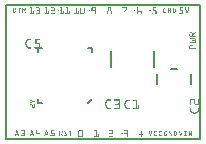
<source format=gto>
G04 MADE WITH FRITZING*
G04 WWW.FRITZING.ORG*
G04 DOUBLE SIDED*
G04 HOLES PLATED*
G04 CONTOUR ON CENTER OF CONTOUR VECTOR*
%ASAXBY*%
%FSLAX23Y23*%
%MOIN*%
%OFA0B0*%
%SFA1.0B1.0*%
%ADD10R,0.655324X0.456693X0.639324X0.440693*%
%ADD11C,0.008000*%
%ADD12C,0.005785*%
%ADD13R,0.001000X0.001000*%
%LNSILK1*%
G90*
G70*
G54D11*
X4Y453D02*
X651Y453D01*
X651Y4D01*
X4Y4D01*
X4Y453D01*
D02*
X620Y223D02*
X620Y189D01*
D02*
X508Y189D02*
X508Y223D01*
D02*
X554Y238D02*
X575Y238D01*
D02*
X355Y246D02*
X355Y297D01*
D02*
X496Y297D02*
X496Y246D01*
G54D12*
D02*
X122Y308D02*
X109Y308D01*
D02*
X109Y295D02*
X109Y308D01*
D02*
X278Y308D02*
X291Y308D01*
D02*
X291Y308D02*
X291Y295D01*
D02*
X109Y138D02*
X109Y125D01*
D02*
X109Y125D02*
X122Y125D01*
D02*
X278Y125D02*
X291Y138D01*
G54D13*
X391Y445D02*
X404Y445D01*
X85Y444D02*
X90Y444D01*
X105Y444D02*
X113Y444D01*
X134Y444D02*
X139Y444D01*
X154Y444D02*
X162Y444D01*
X184Y444D02*
X189Y444D01*
X203Y444D02*
X209Y444D01*
X290Y444D02*
X304Y444D01*
X344Y444D02*
X352Y444D01*
X390Y444D02*
X405Y444D01*
X441Y444D02*
X444Y444D01*
X493Y444D02*
X504Y444D01*
X584Y444D02*
X593Y444D01*
X602Y444D02*
X602Y444D01*
X612Y444D02*
X613Y444D01*
X28Y443D02*
X32Y443D01*
X43Y443D02*
X53Y443D01*
X59Y443D02*
X67Y443D01*
X84Y443D02*
X91Y443D01*
X103Y443D02*
X115Y443D01*
X133Y443D02*
X140Y443D01*
X153Y443D02*
X165Y443D01*
X183Y443D02*
X190Y443D01*
X202Y443D02*
X210Y443D01*
X232Y443D02*
X239Y443D01*
X253Y443D02*
X263Y443D01*
X289Y443D02*
X304Y443D01*
X344Y443D02*
X352Y443D01*
X390Y443D02*
X405Y443D01*
X441Y443D02*
X444Y443D01*
X493Y443D02*
X505Y443D01*
X584Y443D02*
X594Y443D01*
X601Y443D02*
X603Y443D01*
X612Y443D02*
X614Y443D01*
X27Y442D02*
X34Y442D01*
X43Y442D02*
X53Y442D01*
X59Y442D02*
X69Y442D01*
X84Y442D02*
X91Y442D01*
X104Y442D02*
X116Y442D01*
X133Y442D02*
X140Y442D01*
X153Y442D02*
X165Y442D01*
X183Y442D02*
X190Y442D01*
X203Y442D02*
X210Y442D01*
X232Y442D02*
X239Y442D01*
X252Y442D02*
X264Y442D01*
X289Y442D02*
X304Y442D01*
X344Y442D02*
X352Y442D01*
X390Y442D02*
X405Y442D01*
X441Y442D02*
X444Y442D01*
X493Y442D02*
X504Y442D01*
X532Y442D02*
X537Y442D01*
X544Y442D02*
X546Y442D01*
X553Y442D02*
X554Y442D01*
X560Y442D02*
X566Y442D01*
X584Y442D02*
X593Y442D01*
X601Y442D02*
X603Y442D01*
X612Y442D02*
X614Y442D01*
X28Y441D02*
X34Y441D01*
X43Y441D02*
X53Y441D01*
X59Y441D02*
X69Y441D01*
X89Y441D02*
X91Y441D01*
X114Y441D02*
X116Y441D01*
X138Y441D02*
X140Y441D01*
X163Y441D02*
X165Y441D01*
X188Y441D02*
X190Y441D01*
X208Y441D02*
X210Y441D01*
X233Y441D02*
X239Y441D01*
X252Y441D02*
X265Y441D01*
X289Y441D02*
X292Y441D01*
X302Y441D02*
X304Y441D01*
X344Y441D02*
X346Y441D01*
X350Y441D02*
X352Y441D01*
X391Y441D02*
X392Y441D01*
X403Y441D02*
X405Y441D01*
X441Y441D02*
X443Y441D01*
X493Y441D02*
X495Y441D01*
X531Y441D02*
X537Y441D01*
X544Y441D02*
X546Y441D01*
X552Y441D02*
X554Y441D01*
X560Y441D02*
X567Y441D01*
X584Y441D02*
X586Y441D01*
X601Y441D02*
X603Y441D01*
X612Y441D02*
X614Y441D01*
X29Y440D02*
X30Y440D01*
X33Y440D02*
X35Y440D01*
X43Y440D02*
X44Y440D01*
X48Y440D02*
X49Y440D01*
X52Y440D02*
X53Y440D01*
X59Y440D02*
X61Y440D01*
X68Y440D02*
X69Y440D01*
X89Y440D02*
X91Y440D01*
X114Y440D02*
X116Y440D01*
X138Y440D02*
X140Y440D01*
X164Y440D02*
X165Y440D01*
X188Y440D02*
X190Y440D01*
X208Y440D02*
X210Y440D01*
X237Y440D02*
X239Y440D01*
X252Y440D02*
X254Y440D01*
X263Y440D02*
X265Y440D01*
X289Y440D02*
X292Y440D01*
X302Y440D02*
X304Y440D01*
X344Y440D02*
X346Y440D01*
X350Y440D02*
X352Y440D01*
X403Y440D02*
X405Y440D01*
X441Y440D02*
X443Y440D01*
X493Y440D02*
X495Y440D01*
X530Y440D02*
X532Y440D01*
X544Y440D02*
X547Y440D01*
X552Y440D02*
X554Y440D01*
X562Y440D02*
X563Y440D01*
X566Y440D02*
X567Y440D01*
X584Y440D02*
X586Y440D01*
X601Y440D02*
X603Y440D01*
X612Y440D02*
X614Y440D01*
X29Y439D02*
X30Y439D01*
X34Y439D02*
X35Y439D01*
X48Y439D02*
X49Y439D01*
X59Y439D02*
X61Y439D01*
X68Y439D02*
X69Y439D01*
X89Y439D02*
X91Y439D01*
X114Y439D02*
X116Y439D01*
X138Y439D02*
X140Y439D01*
X164Y439D02*
X165Y439D01*
X188Y439D02*
X190Y439D01*
X208Y439D02*
X210Y439D01*
X237Y439D02*
X239Y439D01*
X252Y439D02*
X254Y439D01*
X263Y439D02*
X265Y439D01*
X289Y439D02*
X292Y439D01*
X302Y439D02*
X304Y439D01*
X344Y439D02*
X346Y439D01*
X350Y439D02*
X352Y439D01*
X403Y439D02*
X405Y439D01*
X441Y439D02*
X443Y439D01*
X493Y439D02*
X495Y439D01*
X530Y439D02*
X531Y439D01*
X544Y439D02*
X547Y439D01*
X552Y439D02*
X554Y439D01*
X562Y439D02*
X563Y439D01*
X566Y439D02*
X568Y439D01*
X584Y439D02*
X586Y439D01*
X601Y439D02*
X603Y439D01*
X612Y439D02*
X614Y439D01*
X29Y438D02*
X30Y438D01*
X34Y438D02*
X36Y438D01*
X48Y438D02*
X49Y438D01*
X59Y438D02*
X61Y438D01*
X68Y438D02*
X69Y438D01*
X89Y438D02*
X91Y438D01*
X114Y438D02*
X116Y438D01*
X138Y438D02*
X140Y438D01*
X164Y438D02*
X165Y438D01*
X188Y438D02*
X190Y438D01*
X208Y438D02*
X210Y438D01*
X237Y438D02*
X239Y438D01*
X252Y438D02*
X254Y438D01*
X263Y438D02*
X265Y438D01*
X289Y438D02*
X292Y438D01*
X302Y438D02*
X304Y438D01*
X344Y438D02*
X346Y438D01*
X350Y438D02*
X352Y438D01*
X403Y438D02*
X405Y438D01*
X441Y438D02*
X443Y438D01*
X493Y438D02*
X495Y438D01*
X529Y438D02*
X531Y438D01*
X544Y438D02*
X548Y438D01*
X552Y438D02*
X554Y438D01*
X562Y438D02*
X563Y438D01*
X567Y438D02*
X568Y438D01*
X584Y438D02*
X586Y438D01*
X601Y438D02*
X603Y438D01*
X612Y438D02*
X614Y438D01*
X29Y437D02*
X30Y437D01*
X35Y437D02*
X36Y437D01*
X48Y437D02*
X49Y437D01*
X59Y437D02*
X69Y437D01*
X89Y437D02*
X91Y437D01*
X114Y437D02*
X116Y437D01*
X138Y437D02*
X140Y437D01*
X164Y437D02*
X165Y437D01*
X188Y437D02*
X190Y437D01*
X208Y437D02*
X210Y437D01*
X237Y437D02*
X239Y437D01*
X252Y437D02*
X254Y437D01*
X263Y437D02*
X265Y437D01*
X289Y437D02*
X292Y437D01*
X302Y437D02*
X304Y437D01*
X344Y437D02*
X346Y437D01*
X350Y437D02*
X352Y437D01*
X403Y437D02*
X405Y437D01*
X441Y437D02*
X443Y437D01*
X493Y437D02*
X495Y437D01*
X528Y437D02*
X530Y437D01*
X544Y437D02*
X545Y437D01*
X547Y437D02*
X548Y437D01*
X552Y437D02*
X554Y437D01*
X562Y437D02*
X563Y437D01*
X567Y437D02*
X569Y437D01*
X584Y437D02*
X586Y437D01*
X601Y437D02*
X603Y437D01*
X611Y437D02*
X613Y437D01*
X29Y436D02*
X30Y436D01*
X35Y436D02*
X37Y436D01*
X48Y436D02*
X49Y436D01*
X59Y436D02*
X68Y436D01*
X89Y436D02*
X91Y436D01*
X114Y436D02*
X116Y436D01*
X138Y436D02*
X140Y436D01*
X164Y436D02*
X165Y436D01*
X188Y436D02*
X190Y436D01*
X208Y436D02*
X210Y436D01*
X237Y436D02*
X239Y436D01*
X252Y436D02*
X254Y436D01*
X263Y436D02*
X265Y436D01*
X289Y436D02*
X304Y436D01*
X344Y436D02*
X346Y436D01*
X350Y436D02*
X352Y436D01*
X402Y436D02*
X405Y436D01*
X441Y436D02*
X443Y436D01*
X493Y436D02*
X495Y436D01*
X528Y436D02*
X529Y436D01*
X544Y436D02*
X545Y436D01*
X547Y436D02*
X548Y436D01*
X552Y436D02*
X554Y436D01*
X562Y436D02*
X563Y436D01*
X568Y436D02*
X569Y436D01*
X584Y436D02*
X586Y436D01*
X602Y436D02*
X604Y436D01*
X611Y436D02*
X613Y436D01*
X29Y435D02*
X30Y435D01*
X36Y435D02*
X37Y435D01*
X48Y435D02*
X49Y435D01*
X59Y435D02*
X61Y435D01*
X63Y435D02*
X65Y435D01*
X89Y435D02*
X91Y435D01*
X113Y435D02*
X116Y435D01*
X138Y435D02*
X140Y435D01*
X163Y435D02*
X165Y435D01*
X188Y435D02*
X190Y435D01*
X208Y435D02*
X210Y435D01*
X237Y435D02*
X239Y435D01*
X252Y435D02*
X254Y435D01*
X263Y435D02*
X265Y435D01*
X289Y435D02*
X304Y435D01*
X344Y435D02*
X346Y435D01*
X350Y435D02*
X352Y435D01*
X401Y435D02*
X405Y435D01*
X441Y435D02*
X443Y435D01*
X493Y435D02*
X495Y435D01*
X527Y435D02*
X529Y435D01*
X544Y435D02*
X545Y435D01*
X547Y435D02*
X549Y435D01*
X552Y435D02*
X554Y435D01*
X562Y435D02*
X563Y435D01*
X568Y435D02*
X570Y435D01*
X584Y435D02*
X592Y435D01*
X602Y435D02*
X604Y435D01*
X610Y435D02*
X612Y435D01*
X29Y434D02*
X30Y434D01*
X36Y434D02*
X37Y434D01*
X48Y434D02*
X49Y434D01*
X59Y434D02*
X61Y434D01*
X64Y434D02*
X65Y434D01*
X89Y434D02*
X91Y434D01*
X106Y434D02*
X115Y434D01*
X138Y434D02*
X140Y434D01*
X154Y434D02*
X165Y434D01*
X176Y434D02*
X180Y434D01*
X185Y434D02*
X185Y434D01*
X188Y434D02*
X190Y434D01*
X208Y434D02*
X210Y434D01*
X237Y434D02*
X239Y434D01*
X252Y434D02*
X254Y434D01*
X263Y434D02*
X265Y434D01*
X280Y434D02*
X284Y434D01*
X289Y434D02*
X304Y434D01*
X344Y434D02*
X346Y434D01*
X350Y434D02*
X352Y434D01*
X400Y434D02*
X404Y434D01*
X431Y434D02*
X434Y434D01*
X440Y434D02*
X443Y434D01*
X482Y434D02*
X485Y434D01*
X493Y434D02*
X502Y434D01*
X527Y434D02*
X529Y434D01*
X544Y434D02*
X545Y434D01*
X548Y434D02*
X549Y434D01*
X552Y434D02*
X554Y434D01*
X562Y434D02*
X563Y434D01*
X569Y434D02*
X570Y434D01*
X584Y434D02*
X593Y434D01*
X603Y434D02*
X605Y434D01*
X610Y434D02*
X612Y434D01*
X29Y433D02*
X30Y433D01*
X35Y433D02*
X37Y433D01*
X48Y433D02*
X49Y433D01*
X59Y433D02*
X61Y433D01*
X64Y433D02*
X66Y433D01*
X89Y433D02*
X91Y433D01*
X106Y433D02*
X115Y433D01*
X138Y433D02*
X140Y433D01*
X153Y433D02*
X165Y433D01*
X175Y433D02*
X185Y433D01*
X188Y433D02*
X190Y433D01*
X208Y433D02*
X210Y433D01*
X226Y433D02*
X231Y433D01*
X235Y433D02*
X239Y433D01*
X252Y433D02*
X254Y433D01*
X263Y433D02*
X265Y433D01*
X279Y433D02*
X289Y433D01*
X302Y433D02*
X304Y433D01*
X342Y433D02*
X354Y433D01*
X399Y433D02*
X403Y433D01*
X430Y433D02*
X443Y433D01*
X481Y433D02*
X491Y433D01*
X493Y433D02*
X504Y433D01*
X527Y433D02*
X529Y433D01*
X534Y433D02*
X537Y433D01*
X544Y433D02*
X545Y433D01*
X548Y433D02*
X550Y433D01*
X552Y433D02*
X554Y433D01*
X562Y433D02*
X563Y433D01*
X568Y433D02*
X570Y433D01*
X584Y433D02*
X594Y433D01*
X603Y433D02*
X605Y433D01*
X610Y433D02*
X612Y433D01*
X29Y432D02*
X30Y432D01*
X35Y432D02*
X36Y432D01*
X48Y432D02*
X49Y432D01*
X59Y432D02*
X61Y432D01*
X65Y432D02*
X67Y432D01*
X89Y432D02*
X91Y432D01*
X95Y432D02*
X95Y432D01*
X107Y432D02*
X116Y432D01*
X138Y432D02*
X140Y432D01*
X144Y432D02*
X145Y432D01*
X153Y432D02*
X163Y432D01*
X175Y432D02*
X175Y432D01*
X180Y432D02*
X185Y432D01*
X188Y432D02*
X190Y432D01*
X194Y432D02*
X195Y432D01*
X208Y432D02*
X210Y432D01*
X214Y432D02*
X215Y432D01*
X225Y432D02*
X235Y432D01*
X237Y432D02*
X239Y432D01*
X252Y432D02*
X254Y432D01*
X263Y432D02*
X265Y432D01*
X279Y432D02*
X279Y432D01*
X284Y432D02*
X288Y432D01*
X302Y432D02*
X304Y432D01*
X341Y432D02*
X355Y432D01*
X398Y432D02*
X402Y432D01*
X430Y432D02*
X430Y432D01*
X434Y432D02*
X443Y432D01*
X480Y432D02*
X481Y432D01*
X485Y432D02*
X490Y432D01*
X493Y432D02*
X504Y432D01*
X527Y432D02*
X529Y432D01*
X533Y432D02*
X538Y432D01*
X544Y432D02*
X545Y432D01*
X549Y432D02*
X550Y432D01*
X552Y432D02*
X554Y432D01*
X562Y432D02*
X563Y432D01*
X568Y432D02*
X569Y432D01*
X592Y432D02*
X594Y432D01*
X603Y432D02*
X605Y432D01*
X609Y432D02*
X611Y432D01*
X29Y431D02*
X30Y431D01*
X34Y431D02*
X36Y431D01*
X48Y431D02*
X49Y431D01*
X59Y431D02*
X61Y431D01*
X66Y431D02*
X67Y431D01*
X89Y431D02*
X91Y431D01*
X94Y431D02*
X96Y431D01*
X114Y431D02*
X116Y431D01*
X138Y431D02*
X140Y431D01*
X144Y431D02*
X145Y431D01*
X153Y431D02*
X154Y431D01*
X188Y431D02*
X190Y431D01*
X193Y431D02*
X195Y431D01*
X208Y431D02*
X210Y431D01*
X213Y431D02*
X215Y431D01*
X225Y431D02*
X225Y431D01*
X231Y431D02*
X235Y431D01*
X237Y431D02*
X239Y431D01*
X243Y431D02*
X245Y431D01*
X252Y431D02*
X254Y431D01*
X263Y431D02*
X265Y431D01*
X302Y431D02*
X304Y431D01*
X341Y431D02*
X355Y431D01*
X397Y431D02*
X400Y431D01*
X437Y431D02*
X438Y431D01*
X441Y431D02*
X455Y431D01*
X488Y431D02*
X488Y431D01*
X494Y431D02*
X505Y431D01*
X527Y431D02*
X529Y431D01*
X534Y431D02*
X538Y431D01*
X544Y431D02*
X545Y431D01*
X549Y431D02*
X554Y431D01*
X562Y431D02*
X563Y431D01*
X567Y431D02*
X569Y431D01*
X592Y431D02*
X594Y431D01*
X604Y431D02*
X606Y431D01*
X609Y431D02*
X611Y431D01*
X29Y430D02*
X30Y430D01*
X34Y430D02*
X35Y430D01*
X48Y430D02*
X49Y430D01*
X59Y430D02*
X61Y430D01*
X66Y430D02*
X68Y430D01*
X89Y430D02*
X91Y430D01*
X94Y430D02*
X96Y430D01*
X114Y430D02*
X116Y430D01*
X138Y430D02*
X140Y430D01*
X144Y430D02*
X145Y430D01*
X153Y430D02*
X154Y430D01*
X188Y430D02*
X190Y430D01*
X193Y430D02*
X195Y430D01*
X208Y430D02*
X210Y430D01*
X213Y430D02*
X215Y430D01*
X237Y430D02*
X239Y430D01*
X243Y430D02*
X245Y430D01*
X252Y430D02*
X254Y430D01*
X263Y430D02*
X265Y430D01*
X302Y430D02*
X304Y430D01*
X341Y430D02*
X343Y430D01*
X353Y430D02*
X355Y430D01*
X396Y430D02*
X399Y430D01*
X441Y430D02*
X455Y430D01*
X502Y430D02*
X505Y430D01*
X527Y430D02*
X529Y430D01*
X536Y430D02*
X538Y430D01*
X544Y430D02*
X545Y430D01*
X550Y430D02*
X554Y430D01*
X562Y430D02*
X563Y430D01*
X567Y430D02*
X569Y430D01*
X592Y430D02*
X594Y430D01*
X604Y430D02*
X606Y430D01*
X609Y430D02*
X611Y430D01*
X29Y429D02*
X30Y429D01*
X33Y429D02*
X35Y429D01*
X48Y429D02*
X49Y429D01*
X59Y429D02*
X61Y429D01*
X67Y429D02*
X68Y429D01*
X89Y429D02*
X91Y429D01*
X94Y429D02*
X96Y429D01*
X114Y429D02*
X116Y429D01*
X138Y429D02*
X140Y429D01*
X144Y429D02*
X145Y429D01*
X153Y429D02*
X154Y429D01*
X188Y429D02*
X190Y429D01*
X193Y429D02*
X195Y429D01*
X208Y429D02*
X210Y429D01*
X213Y429D02*
X215Y429D01*
X237Y429D02*
X239Y429D01*
X243Y429D02*
X245Y429D01*
X252Y429D02*
X254Y429D01*
X263Y429D02*
X265Y429D01*
X302Y429D02*
X304Y429D01*
X341Y429D02*
X343Y429D01*
X353Y429D02*
X355Y429D01*
X396Y429D02*
X398Y429D01*
X441Y429D02*
X455Y429D01*
X502Y429D02*
X505Y429D01*
X527Y429D02*
X529Y429D01*
X536Y429D02*
X538Y429D01*
X544Y429D02*
X545Y429D01*
X550Y429D02*
X554Y429D01*
X562Y429D02*
X563Y429D01*
X566Y429D02*
X568Y429D01*
X592Y429D02*
X594Y429D01*
X605Y429D02*
X610Y429D01*
X29Y428D02*
X34Y428D01*
X48Y428D02*
X49Y428D01*
X59Y428D02*
X61Y428D01*
X67Y428D02*
X69Y428D01*
X89Y428D02*
X91Y428D01*
X94Y428D02*
X96Y428D01*
X114Y428D02*
X116Y428D01*
X138Y428D02*
X140Y428D01*
X144Y428D02*
X145Y428D01*
X153Y428D02*
X154Y428D01*
X188Y428D02*
X190Y428D01*
X193Y428D02*
X195Y428D01*
X208Y428D02*
X210Y428D01*
X213Y428D02*
X215Y428D01*
X237Y428D02*
X239Y428D01*
X243Y428D02*
X245Y428D01*
X252Y428D02*
X254Y428D01*
X263Y428D02*
X265Y428D01*
X302Y428D02*
X304Y428D01*
X341Y428D02*
X343Y428D01*
X353Y428D02*
X355Y428D01*
X396Y428D02*
X398Y428D01*
X441Y428D02*
X443Y428D01*
X453Y428D02*
X455Y428D01*
X502Y428D02*
X505Y428D01*
X527Y428D02*
X529Y428D01*
X536Y428D02*
X537Y428D01*
X544Y428D02*
X545Y428D01*
X550Y428D02*
X554Y428D01*
X562Y428D02*
X563Y428D01*
X566Y428D02*
X568Y428D01*
X592Y428D02*
X594Y428D01*
X605Y428D02*
X610Y428D01*
X27Y427D02*
X34Y427D01*
X48Y427D02*
X49Y427D01*
X59Y427D02*
X60Y427D01*
X68Y427D02*
X69Y427D01*
X89Y427D02*
X91Y427D01*
X94Y427D02*
X96Y427D01*
X114Y427D02*
X116Y427D01*
X138Y427D02*
X140Y427D01*
X144Y427D02*
X145Y427D01*
X153Y427D02*
X154Y427D01*
X188Y427D02*
X190Y427D01*
X193Y427D02*
X195Y427D01*
X208Y427D02*
X210Y427D01*
X213Y427D02*
X215Y427D01*
X237Y427D02*
X239Y427D01*
X243Y427D02*
X245Y427D01*
X252Y427D02*
X254Y427D01*
X263Y427D02*
X265Y427D01*
X302Y427D02*
X304Y427D01*
X341Y427D02*
X343Y427D01*
X353Y427D02*
X355Y427D01*
X396Y427D02*
X398Y427D01*
X441Y427D02*
X443Y427D01*
X453Y427D02*
X455Y427D01*
X502Y427D02*
X505Y427D01*
X528Y427D02*
X537Y427D01*
X544Y427D02*
X545Y427D01*
X551Y427D02*
X554Y427D01*
X560Y427D02*
X567Y427D01*
X592Y427D02*
X594Y427D01*
X605Y427D02*
X609Y427D01*
X27Y426D02*
X33Y426D01*
X48Y426D02*
X48Y426D01*
X60Y426D02*
X60Y426D01*
X69Y426D02*
X69Y426D01*
X89Y426D02*
X91Y426D01*
X94Y426D02*
X96Y426D01*
X114Y426D02*
X116Y426D01*
X138Y426D02*
X140Y426D01*
X144Y426D02*
X145Y426D01*
X153Y426D02*
X154Y426D01*
X188Y426D02*
X190Y426D01*
X193Y426D02*
X195Y426D01*
X208Y426D02*
X210Y426D01*
X213Y426D02*
X215Y426D01*
X237Y426D02*
X239Y426D01*
X243Y426D02*
X245Y426D01*
X252Y426D02*
X254Y426D01*
X263Y426D02*
X265Y426D01*
X302Y426D02*
X304Y426D01*
X341Y426D02*
X343Y426D01*
X353Y426D02*
X355Y426D01*
X396Y426D02*
X398Y426D01*
X441Y426D02*
X443Y426D01*
X453Y426D02*
X455Y426D01*
X502Y426D02*
X505Y426D01*
X529Y426D02*
X536Y426D01*
X544Y426D02*
X545Y426D01*
X551Y426D02*
X554Y426D01*
X560Y426D02*
X566Y426D01*
X581Y426D02*
X584Y426D01*
X592Y426D02*
X594Y426D01*
X606Y426D02*
X609Y426D01*
X84Y425D02*
X96Y425D01*
X104Y425D02*
X116Y425D01*
X133Y425D02*
X145Y425D01*
X153Y425D02*
X165Y425D01*
X183Y425D02*
X195Y425D01*
X203Y425D02*
X215Y425D01*
X233Y425D02*
X245Y425D01*
X252Y425D02*
X265Y425D01*
X302Y425D02*
X304Y425D01*
X341Y425D02*
X343Y425D01*
X353Y425D02*
X355Y425D01*
X396Y425D02*
X398Y425D01*
X441Y425D02*
X443Y425D01*
X453Y425D02*
X455Y425D01*
X502Y425D02*
X505Y425D01*
X581Y425D02*
X594Y425D01*
X606Y425D02*
X609Y425D01*
X83Y424D02*
X96Y424D01*
X103Y424D02*
X115Y424D01*
X133Y424D02*
X145Y424D01*
X153Y424D02*
X165Y424D01*
X183Y424D02*
X195Y424D01*
X202Y424D02*
X215Y424D01*
X232Y424D02*
X245Y424D01*
X252Y424D02*
X264Y424D01*
X302Y424D02*
X304Y424D01*
X341Y424D02*
X343Y424D01*
X353Y424D02*
X355Y424D01*
X396Y424D02*
X398Y424D01*
X441Y424D02*
X443Y424D01*
X453Y424D02*
X455Y424D01*
X490Y424D02*
X493Y424D01*
X502Y424D02*
X505Y424D01*
X582Y424D02*
X593Y424D01*
X606Y424D02*
X608Y424D01*
X84Y423D02*
X95Y423D01*
X104Y423D02*
X114Y423D01*
X133Y423D02*
X145Y423D01*
X153Y423D02*
X165Y423D01*
X183Y423D02*
X195Y423D01*
X203Y423D02*
X214Y423D01*
X232Y423D02*
X244Y423D01*
X253Y423D02*
X264Y423D01*
X301Y423D02*
X304Y423D01*
X341Y423D02*
X355Y423D01*
X396Y423D02*
X398Y423D01*
X441Y423D02*
X455Y423D01*
X490Y423D02*
X505Y423D01*
X586Y423D02*
X591Y423D01*
X300Y422D02*
X304Y422D01*
X341Y422D02*
X355Y422D01*
X396Y422D02*
X398Y422D01*
X441Y422D02*
X455Y422D01*
X491Y422D02*
X504Y422D01*
X301Y421D02*
X304Y421D01*
X342Y421D02*
X354Y421D01*
X397Y421D02*
X398Y421D01*
X441Y421D02*
X455Y421D01*
X492Y421D02*
X503Y421D01*
X620Y361D02*
X621Y361D01*
X617Y360D02*
X623Y360D01*
X634Y360D02*
X637Y360D01*
X616Y359D02*
X624Y359D01*
X633Y359D02*
X637Y359D01*
X616Y358D02*
X619Y358D01*
X622Y358D02*
X624Y358D01*
X631Y358D02*
X636Y358D01*
X616Y357D02*
X618Y357D01*
X623Y357D02*
X625Y357D01*
X629Y357D02*
X634Y357D01*
X615Y356D02*
X617Y356D01*
X623Y356D02*
X625Y356D01*
X627Y356D02*
X632Y356D01*
X615Y355D02*
X617Y355D01*
X623Y355D02*
X631Y355D01*
X615Y354D02*
X617Y354D01*
X623Y354D02*
X629Y354D01*
X615Y353D02*
X617Y353D01*
X623Y353D02*
X627Y353D01*
X615Y352D02*
X617Y352D01*
X623Y352D02*
X625Y352D01*
X615Y351D02*
X617Y351D01*
X623Y351D02*
X625Y351D01*
X615Y350D02*
X617Y350D01*
X623Y350D02*
X625Y350D01*
X615Y349D02*
X637Y349D01*
X615Y348D02*
X637Y348D01*
X616Y347D02*
X636Y347D01*
X616Y340D02*
X634Y340D01*
X79Y339D02*
X85Y339D01*
X102Y339D02*
X115Y339D01*
X616Y339D02*
X636Y339D01*
X75Y338D02*
X87Y338D01*
X102Y338D02*
X117Y338D01*
X616Y338D02*
X637Y338D01*
X74Y337D02*
X87Y337D01*
X102Y337D02*
X117Y337D01*
X634Y337D02*
X637Y337D01*
X73Y336D02*
X87Y336D01*
X102Y336D02*
X117Y336D01*
X635Y336D02*
X637Y336D01*
X73Y335D02*
X86Y335D01*
X102Y335D02*
X116Y335D01*
X635Y335D02*
X637Y335D01*
X72Y334D02*
X76Y334D01*
X102Y334D02*
X105Y334D01*
X623Y334D02*
X637Y334D01*
X72Y333D02*
X75Y333D01*
X102Y333D02*
X105Y333D01*
X623Y333D02*
X636Y333D01*
X71Y332D02*
X75Y332D01*
X102Y332D02*
X105Y332D01*
X623Y332D02*
X637Y332D01*
X71Y331D02*
X74Y331D01*
X102Y331D02*
X105Y331D01*
X635Y331D02*
X637Y331D01*
X70Y330D02*
X74Y330D01*
X102Y330D02*
X105Y330D01*
X635Y330D02*
X637Y330D01*
X70Y329D02*
X73Y329D01*
X102Y329D02*
X105Y329D01*
X634Y329D02*
X637Y329D01*
X69Y328D02*
X73Y328D01*
X102Y328D02*
X105Y328D01*
X616Y328D02*
X637Y328D01*
X69Y327D02*
X72Y327D01*
X102Y327D02*
X105Y327D01*
X616Y327D02*
X635Y327D01*
X68Y326D02*
X72Y326D01*
X102Y326D02*
X105Y326D01*
X617Y326D02*
X634Y326D01*
X68Y325D02*
X71Y325D01*
X102Y325D02*
X105Y325D01*
X68Y324D02*
X71Y324D01*
X102Y324D02*
X116Y324D01*
X68Y323D02*
X71Y323D01*
X102Y323D02*
X117Y323D01*
X68Y322D02*
X71Y322D01*
X102Y322D02*
X117Y322D01*
X68Y321D02*
X71Y321D01*
X102Y321D02*
X117Y321D01*
X68Y320D02*
X72Y320D01*
X114Y320D02*
X118Y320D01*
X69Y319D02*
X72Y319D01*
X114Y319D02*
X118Y319D01*
X618Y319D02*
X626Y319D01*
X69Y318D02*
X73Y318D01*
X114Y318D02*
X118Y318D01*
X617Y318D02*
X627Y318D01*
X70Y317D02*
X73Y317D01*
X114Y317D02*
X118Y317D01*
X616Y317D02*
X628Y317D01*
X70Y316D02*
X74Y316D01*
X114Y316D02*
X118Y316D01*
X616Y316D02*
X618Y316D01*
X626Y316D02*
X628Y316D01*
X71Y315D02*
X74Y315D01*
X114Y315D02*
X118Y315D01*
X615Y315D02*
X617Y315D01*
X626Y315D02*
X628Y315D01*
X71Y314D02*
X75Y314D01*
X114Y314D02*
X118Y314D01*
X615Y314D02*
X617Y314D01*
X626Y314D02*
X628Y314D01*
X72Y313D02*
X75Y313D01*
X114Y313D02*
X118Y313D01*
X615Y313D02*
X617Y313D01*
X626Y313D02*
X628Y313D01*
X72Y312D02*
X76Y312D01*
X99Y312D02*
X100Y312D01*
X114Y312D02*
X118Y312D01*
X615Y312D02*
X617Y312D01*
X626Y312D02*
X628Y312D01*
X73Y311D02*
X77Y311D01*
X98Y311D02*
X103Y311D01*
X114Y311D02*
X117Y311D01*
X615Y311D02*
X617Y311D01*
X626Y311D02*
X628Y311D01*
X73Y310D02*
X87Y310D01*
X98Y310D02*
X117Y310D01*
X615Y310D02*
X617Y310D01*
X626Y310D02*
X628Y310D01*
X74Y309D02*
X87Y309D01*
X98Y309D02*
X117Y309D01*
X615Y309D02*
X617Y309D01*
X626Y309D02*
X628Y309D01*
X75Y308D02*
X87Y308D01*
X100Y308D02*
X116Y308D01*
X615Y308D02*
X618Y308D01*
X626Y308D02*
X629Y308D01*
X76Y307D02*
X87Y307D01*
X102Y307D02*
X115Y307D01*
X615Y307D02*
X637Y307D01*
X615Y306D02*
X637Y306D01*
X618Y139D02*
X632Y139D01*
X645Y139D02*
X648Y139D01*
X344Y138D02*
X352Y138D01*
X365Y138D02*
X380Y138D01*
X617Y138D02*
X633Y138D01*
X645Y138D02*
X648Y138D01*
X341Y137D02*
X353Y137D01*
X364Y137D02*
X382Y137D01*
X617Y137D02*
X634Y137D01*
X645Y137D02*
X648Y137D01*
X83Y136D02*
X85Y136D01*
X340Y136D02*
X353Y136D01*
X364Y136D02*
X383Y136D01*
X405Y136D02*
X417Y136D01*
X428Y136D02*
X439Y136D01*
X617Y136D02*
X634Y136D01*
X645Y136D02*
X648Y136D01*
X83Y135D02*
X88Y135D01*
X339Y135D02*
X353Y135D01*
X364Y135D02*
X383Y135D01*
X404Y135D02*
X417Y135D01*
X428Y135D02*
X439Y135D01*
X617Y135D02*
X620Y135D01*
X631Y135D02*
X634Y135D01*
X645Y135D02*
X648Y135D01*
X84Y134D02*
X91Y134D01*
X339Y134D02*
X352Y134D01*
X365Y134D02*
X383Y134D01*
X403Y134D02*
X417Y134D01*
X428Y134D02*
X439Y134D01*
X617Y134D02*
X620Y134D01*
X631Y134D02*
X634Y134D01*
X645Y134D02*
X648Y134D01*
X87Y133D02*
X95Y133D01*
X338Y133D02*
X342Y133D01*
X380Y133D02*
X383Y133D01*
X403Y133D02*
X416Y133D01*
X429Y133D02*
X439Y133D01*
X617Y133D02*
X620Y133D01*
X631Y133D02*
X634Y133D01*
X645Y133D02*
X648Y133D01*
X87Y132D02*
X88Y132D01*
X91Y132D02*
X98Y132D01*
X338Y132D02*
X341Y132D01*
X380Y132D02*
X383Y132D01*
X402Y132D02*
X406Y132D01*
X436Y132D02*
X439Y132D01*
X617Y132D02*
X620Y132D01*
X631Y132D02*
X634Y132D01*
X645Y132D02*
X648Y132D01*
X87Y131D02*
X88Y131D01*
X94Y131D02*
X99Y131D01*
X337Y131D02*
X341Y131D01*
X380Y131D02*
X383Y131D01*
X402Y131D02*
X405Y131D01*
X436Y131D02*
X439Y131D01*
X617Y131D02*
X620Y131D01*
X631Y131D02*
X634Y131D01*
X645Y131D02*
X648Y131D01*
X87Y130D02*
X88Y130D01*
X92Y130D02*
X99Y130D01*
X337Y130D02*
X340Y130D01*
X380Y130D02*
X383Y130D01*
X401Y130D02*
X405Y130D01*
X436Y130D02*
X439Y130D01*
X617Y130D02*
X620Y130D01*
X631Y130D02*
X634Y130D01*
X645Y130D02*
X648Y130D01*
X87Y129D02*
X96Y129D01*
X336Y129D02*
X340Y129D01*
X380Y129D02*
X383Y129D01*
X401Y129D02*
X404Y129D01*
X436Y129D02*
X439Y129D01*
X617Y129D02*
X620Y129D01*
X631Y129D02*
X634Y129D01*
X645Y129D02*
X648Y129D01*
X85Y128D02*
X93Y128D01*
X336Y128D02*
X339Y128D01*
X380Y128D02*
X383Y128D01*
X400Y128D02*
X404Y128D01*
X436Y128D02*
X439Y128D01*
X617Y128D02*
X620Y128D01*
X631Y128D02*
X634Y128D01*
X645Y128D02*
X648Y128D01*
X83Y127D02*
X89Y127D01*
X335Y127D02*
X339Y127D01*
X380Y127D02*
X383Y127D01*
X400Y127D02*
X403Y127D01*
X436Y127D02*
X439Y127D01*
X617Y127D02*
X620Y127D01*
X631Y127D02*
X634Y127D01*
X645Y127D02*
X648Y127D01*
X83Y126D02*
X86Y126D01*
X335Y126D02*
X338Y126D01*
X380Y126D02*
X383Y126D01*
X399Y126D02*
X403Y126D01*
X436Y126D02*
X439Y126D01*
X617Y126D02*
X620Y126D01*
X631Y126D02*
X634Y126D01*
X645Y126D02*
X648Y126D01*
X334Y125D02*
X338Y125D01*
X380Y125D02*
X383Y125D01*
X399Y125D02*
X402Y125D01*
X436Y125D02*
X439Y125D01*
X617Y125D02*
X620Y125D01*
X631Y125D02*
X634Y125D01*
X645Y125D02*
X648Y125D01*
X334Y124D02*
X337Y124D01*
X378Y124D02*
X383Y124D01*
X398Y124D02*
X402Y124D01*
X436Y124D02*
X439Y124D01*
X617Y124D02*
X620Y124D01*
X631Y124D02*
X634Y124D01*
X645Y124D02*
X648Y124D01*
X334Y123D02*
X337Y123D01*
X368Y123D02*
X383Y123D01*
X398Y123D02*
X401Y123D01*
X436Y123D02*
X439Y123D01*
X617Y123D02*
X620Y123D01*
X631Y123D02*
X648Y123D01*
X334Y122D02*
X337Y122D01*
X368Y122D02*
X382Y122D01*
X398Y122D02*
X401Y122D01*
X436Y122D02*
X439Y122D01*
X617Y122D02*
X620Y122D01*
X631Y122D02*
X648Y122D01*
X334Y121D02*
X337Y121D01*
X368Y121D02*
X382Y121D01*
X398Y121D02*
X401Y121D01*
X436Y121D02*
X439Y121D01*
X617Y121D02*
X620Y121D01*
X632Y121D02*
X648Y121D01*
X83Y120D02*
X90Y120D01*
X99Y120D02*
X99Y120D01*
X334Y120D02*
X337Y120D01*
X369Y120D02*
X383Y120D01*
X398Y120D02*
X401Y120D01*
X436Y120D02*
X439Y120D01*
X617Y120D02*
X619Y120D01*
X633Y120D02*
X648Y120D01*
X83Y119D02*
X91Y119D01*
X98Y119D02*
X99Y119D01*
X334Y119D02*
X338Y119D01*
X380Y119D02*
X383Y119D01*
X398Y119D02*
X401Y119D01*
X436Y119D02*
X439Y119D01*
X445Y119D02*
X446Y119D01*
X83Y118D02*
X92Y118D01*
X98Y118D02*
X99Y118D01*
X335Y118D02*
X338Y118D01*
X380Y118D02*
X383Y118D01*
X398Y118D02*
X401Y118D01*
X436Y118D02*
X439Y118D01*
X444Y118D02*
X447Y118D01*
X83Y117D02*
X84Y117D01*
X90Y117D02*
X92Y117D01*
X98Y117D02*
X99Y117D01*
X335Y117D02*
X339Y117D01*
X380Y117D02*
X383Y117D01*
X398Y117D02*
X402Y117D01*
X436Y117D02*
X439Y117D01*
X444Y117D02*
X447Y117D01*
X83Y116D02*
X84Y116D01*
X90Y116D02*
X92Y116D01*
X98Y116D02*
X99Y116D01*
X336Y116D02*
X339Y116D01*
X380Y116D02*
X383Y116D01*
X399Y116D02*
X402Y116D01*
X436Y116D02*
X439Y116D01*
X444Y116D02*
X447Y116D01*
X83Y115D02*
X84Y115D01*
X90Y115D02*
X92Y115D01*
X98Y115D02*
X99Y115D01*
X336Y115D02*
X340Y115D01*
X380Y115D02*
X383Y115D01*
X399Y115D02*
X403Y115D01*
X436Y115D02*
X439Y115D01*
X444Y115D02*
X447Y115D01*
X83Y114D02*
X84Y114D01*
X90Y114D02*
X92Y114D01*
X98Y114D02*
X99Y114D01*
X337Y114D02*
X340Y114D01*
X380Y114D02*
X383Y114D01*
X400Y114D02*
X403Y114D01*
X436Y114D02*
X439Y114D01*
X444Y114D02*
X447Y114D01*
X83Y113D02*
X84Y113D01*
X90Y113D02*
X92Y113D01*
X98Y113D02*
X99Y113D01*
X337Y113D02*
X341Y113D01*
X380Y113D02*
X383Y113D01*
X400Y113D02*
X404Y113D01*
X436Y113D02*
X439Y113D01*
X444Y113D02*
X447Y113D01*
X83Y112D02*
X84Y112D01*
X90Y112D02*
X92Y112D01*
X98Y112D02*
X99Y112D01*
X338Y112D02*
X341Y112D01*
X380Y112D02*
X383Y112D01*
X401Y112D02*
X404Y112D01*
X436Y112D02*
X439Y112D01*
X444Y112D02*
X447Y112D01*
X83Y111D02*
X84Y111D01*
X91Y111D02*
X99Y111D01*
X338Y111D02*
X342Y111D01*
X380Y111D02*
X383Y111D01*
X401Y111D02*
X405Y111D01*
X436Y111D02*
X439Y111D01*
X444Y111D02*
X447Y111D01*
X83Y110D02*
X84Y110D01*
X91Y110D02*
X99Y110D01*
X339Y110D02*
X343Y110D01*
X380Y110D02*
X383Y110D01*
X402Y110D02*
X406Y110D01*
X436Y110D02*
X439Y110D01*
X444Y110D02*
X447Y110D01*
X339Y109D02*
X353Y109D01*
X364Y109D02*
X383Y109D01*
X402Y109D02*
X406Y109D01*
X436Y109D02*
X439Y109D01*
X444Y109D02*
X447Y109D01*
X617Y109D02*
X619Y109D01*
X645Y109D02*
X648Y109D01*
X340Y108D02*
X353Y108D01*
X364Y108D02*
X383Y108D01*
X403Y108D02*
X417Y108D01*
X428Y108D02*
X447Y108D01*
X617Y108D02*
X620Y108D01*
X645Y108D02*
X648Y108D01*
X341Y107D02*
X353Y107D01*
X364Y107D02*
X382Y107D01*
X403Y107D02*
X417Y107D01*
X428Y107D02*
X447Y107D01*
X617Y107D02*
X620Y107D01*
X645Y107D02*
X648Y107D01*
X343Y106D02*
X352Y106D01*
X365Y106D02*
X381Y106D01*
X404Y106D02*
X417Y106D01*
X428Y106D02*
X447Y106D01*
X617Y106D02*
X620Y106D01*
X645Y106D02*
X648Y106D01*
X406Y105D02*
X416Y105D01*
X428Y105D02*
X446Y105D01*
X617Y105D02*
X620Y105D01*
X645Y105D02*
X648Y105D01*
X617Y104D02*
X620Y104D01*
X645Y104D02*
X648Y104D01*
X617Y103D02*
X620Y103D01*
X645Y103D02*
X648Y103D01*
X617Y102D02*
X620Y102D01*
X645Y102D02*
X648Y102D01*
X617Y101D02*
X620Y101D01*
X645Y101D02*
X648Y101D01*
X617Y100D02*
X620Y100D01*
X645Y100D02*
X648Y100D01*
X617Y99D02*
X620Y99D01*
X645Y99D02*
X648Y99D01*
X617Y98D02*
X621Y98D01*
X643Y98D02*
X648Y98D01*
X617Y97D02*
X623Y97D01*
X641Y97D02*
X647Y97D01*
X618Y96D02*
X625Y96D01*
X639Y96D02*
X646Y96D01*
X619Y95D02*
X627Y95D01*
X637Y95D02*
X645Y95D01*
X621Y94D02*
X629Y94D01*
X635Y94D02*
X644Y94D01*
X623Y93D02*
X642Y93D01*
X625Y92D02*
X640Y92D01*
X627Y91D02*
X638Y91D01*
X629Y90D02*
X636Y90D01*
X39Y35D02*
X41Y35D01*
X53Y35D02*
X65Y35D01*
X90Y35D02*
X91Y35D01*
X105Y35D02*
X106Y35D01*
X138Y35D02*
X139Y35D01*
X155Y35D02*
X164Y35D01*
X246Y35D02*
X259Y35D01*
X298Y35D02*
X306Y35D01*
X347Y35D02*
X360Y35D01*
X397Y35D02*
X408Y35D01*
X447Y35D02*
X447Y35D01*
X39Y34D02*
X41Y34D01*
X53Y34D02*
X66Y34D01*
X89Y34D02*
X91Y34D01*
X104Y34D02*
X106Y34D01*
X137Y34D02*
X139Y34D01*
X155Y34D02*
X164Y34D01*
X246Y34D02*
X260Y34D01*
X297Y34D02*
X306Y34D01*
X346Y34D02*
X360Y34D01*
X396Y34D02*
X409Y34D01*
X446Y34D02*
X448Y34D01*
X38Y33D02*
X41Y33D01*
X64Y33D02*
X66Y33D01*
X89Y33D02*
X92Y33D01*
X104Y33D02*
X106Y33D01*
X113Y33D02*
X114Y33D01*
X137Y33D02*
X140Y33D01*
X155Y33D02*
X157Y33D01*
X245Y33D02*
X260Y33D01*
X297Y33D02*
X306Y33D01*
X347Y33D02*
X361Y33D01*
X396Y33D02*
X410Y33D01*
X446Y33D02*
X448Y33D01*
X38Y32D02*
X41Y32D01*
X64Y32D02*
X66Y32D01*
X89Y32D02*
X92Y32D01*
X104Y32D02*
X106Y32D01*
X113Y32D02*
X114Y32D01*
X137Y32D02*
X140Y32D01*
X155Y32D02*
X156Y32D01*
X182Y32D02*
X190Y32D01*
X199Y32D02*
X207Y32D01*
X214Y32D02*
X224Y32D01*
X245Y32D02*
X247Y32D01*
X258Y32D02*
X260Y32D01*
X303Y32D02*
X306Y32D01*
X359Y32D02*
X361Y32D01*
X397Y32D02*
X410Y32D01*
X446Y32D02*
X448Y32D01*
X456Y32D02*
X457Y32D01*
X502Y32D02*
X506Y32D01*
X518Y32D02*
X522Y32D01*
X537Y32D02*
X540Y32D01*
X547Y32D02*
X548Y32D01*
X564Y32D02*
X568Y32D01*
X599Y32D02*
X606Y32D01*
X614Y32D02*
X615Y32D01*
X38Y31D02*
X42Y31D01*
X64Y31D02*
X66Y31D01*
X88Y31D02*
X92Y31D01*
X104Y31D02*
X106Y31D01*
X113Y31D02*
X114Y31D01*
X136Y31D02*
X140Y31D01*
X155Y31D02*
X156Y31D01*
X182Y31D02*
X191Y31D01*
X199Y31D02*
X208Y31D01*
X214Y31D02*
X224Y31D01*
X245Y31D02*
X247Y31D01*
X258Y31D02*
X260Y31D01*
X303Y31D02*
X306Y31D01*
X359Y31D02*
X361Y31D01*
X408Y31D02*
X410Y31D01*
X446Y31D02*
X448Y31D01*
X455Y31D02*
X457Y31D01*
X481Y31D02*
X482Y31D01*
X489Y31D02*
X491Y31D01*
X500Y31D02*
X507Y31D01*
X516Y31D02*
X523Y31D01*
X535Y31D02*
X541Y31D01*
X547Y31D02*
X549Y31D01*
X556Y31D02*
X557Y31D01*
X563Y31D02*
X569Y31D01*
X581Y31D02*
X583Y31D01*
X590Y31D02*
X591Y31D01*
X598Y31D02*
X607Y31D01*
X614Y31D02*
X616Y31D01*
X622Y31D02*
X623Y31D01*
X38Y30D02*
X42Y30D01*
X64Y30D02*
X66Y30D01*
X88Y30D02*
X93Y30D01*
X104Y30D02*
X106Y30D01*
X113Y30D02*
X114Y30D01*
X136Y30D02*
X141Y30D01*
X155Y30D02*
X156Y30D01*
X182Y30D02*
X184Y30D01*
X190Y30D02*
X192Y30D01*
X198Y30D02*
X200Y30D01*
X207Y30D02*
X208Y30D01*
X214Y30D02*
X216Y30D01*
X218Y30D02*
X220Y30D01*
X223Y30D02*
X224Y30D01*
X245Y30D02*
X247Y30D01*
X258Y30D02*
X260Y30D01*
X303Y30D02*
X306Y30D01*
X359Y30D02*
X361Y30D01*
X408Y30D02*
X410Y30D01*
X446Y30D02*
X448Y30D01*
X455Y30D02*
X457Y30D01*
X481Y30D02*
X482Y30D01*
X489Y30D02*
X491Y30D01*
X499Y30D02*
X506Y30D01*
X515Y30D02*
X522Y30D01*
X534Y30D02*
X540Y30D01*
X547Y30D02*
X550Y30D01*
X556Y30D02*
X557Y30D01*
X564Y30D02*
X570Y30D01*
X581Y30D02*
X583Y30D01*
X590Y30D02*
X591Y30D01*
X598Y30D02*
X607Y30D01*
X614Y30D02*
X616Y30D01*
X622Y30D02*
X624Y30D01*
X37Y29D02*
X42Y29D01*
X64Y29D02*
X66Y29D01*
X88Y29D02*
X93Y29D01*
X104Y29D02*
X106Y29D01*
X113Y29D02*
X114Y29D01*
X136Y29D02*
X141Y29D01*
X155Y29D02*
X156Y29D01*
X182Y29D02*
X183Y29D01*
X191Y29D02*
X192Y29D01*
X198Y29D02*
X200Y29D01*
X207Y29D02*
X208Y29D01*
X214Y29D02*
X215Y29D01*
X219Y29D02*
X220Y29D01*
X223Y29D02*
X224Y29D01*
X245Y29D02*
X247Y29D01*
X258Y29D02*
X260Y29D01*
X303Y29D02*
X306Y29D01*
X359Y29D02*
X361Y29D01*
X408Y29D02*
X410Y29D01*
X446Y29D02*
X448Y29D01*
X455Y29D02*
X457Y29D01*
X481Y29D02*
X482Y29D01*
X489Y29D02*
X491Y29D01*
X499Y29D02*
X500Y29D01*
X515Y29D02*
X516Y29D01*
X533Y29D02*
X535Y29D01*
X547Y29D02*
X550Y29D01*
X556Y29D02*
X557Y29D01*
X565Y29D02*
X566Y29D01*
X569Y29D02*
X571Y29D01*
X581Y29D02*
X583Y29D01*
X590Y29D02*
X591Y29D01*
X602Y29D02*
X603Y29D01*
X614Y29D02*
X617Y29D01*
X622Y29D02*
X624Y29D01*
X37Y28D02*
X39Y28D01*
X41Y28D02*
X43Y28D01*
X64Y28D02*
X66Y28D01*
X87Y28D02*
X89Y28D01*
X91Y28D02*
X93Y28D01*
X104Y28D02*
X106Y28D01*
X113Y28D02*
X114Y28D01*
X136Y28D02*
X137Y28D01*
X139Y28D02*
X141Y28D01*
X155Y28D02*
X156Y28D01*
X182Y28D02*
X183Y28D01*
X191Y28D02*
X192Y28D01*
X199Y28D02*
X201Y28D01*
X219Y28D02*
X220Y28D01*
X245Y28D02*
X247Y28D01*
X258Y28D02*
X260Y28D01*
X303Y28D02*
X306Y28D01*
X359Y28D02*
X361Y28D01*
X408Y28D02*
X410Y28D01*
X446Y28D02*
X448Y28D01*
X455Y28D02*
X457Y28D01*
X481Y28D02*
X482Y28D01*
X489Y28D02*
X491Y28D01*
X498Y28D02*
X500Y28D01*
X514Y28D02*
X516Y28D01*
X533Y28D02*
X534Y28D01*
X547Y28D02*
X551Y28D01*
X556Y28D02*
X557Y28D01*
X565Y28D02*
X566Y28D01*
X570Y28D02*
X571Y28D01*
X581Y28D02*
X583Y28D01*
X590Y28D02*
X591Y28D01*
X602Y28D02*
X603Y28D01*
X614Y28D02*
X617Y28D01*
X622Y28D02*
X624Y28D01*
X37Y27D02*
X39Y27D01*
X41Y27D02*
X43Y27D01*
X64Y27D02*
X66Y27D01*
X87Y27D02*
X89Y27D01*
X92Y27D02*
X93Y27D01*
X104Y27D02*
X106Y27D01*
X113Y27D02*
X114Y27D01*
X135Y27D02*
X137Y27D01*
X140Y27D02*
X142Y27D01*
X155Y27D02*
X156Y27D01*
X182Y27D02*
X184Y27D01*
X190Y27D02*
X192Y27D01*
X200Y27D02*
X202Y27D01*
X219Y27D02*
X220Y27D01*
X245Y27D02*
X247Y27D01*
X258Y27D02*
X260Y27D01*
X303Y27D02*
X306Y27D01*
X359Y27D02*
X361Y27D01*
X383Y27D02*
X384Y27D01*
X408Y27D02*
X410Y27D01*
X446Y27D02*
X448Y27D01*
X455Y27D02*
X457Y27D01*
X481Y27D02*
X482Y27D01*
X489Y27D02*
X491Y27D01*
X498Y27D02*
X499Y27D01*
X514Y27D02*
X515Y27D01*
X532Y27D02*
X534Y27D01*
X547Y27D02*
X551Y27D01*
X556Y27D02*
X557Y27D01*
X565Y27D02*
X566Y27D01*
X570Y27D02*
X572Y27D01*
X581Y27D02*
X583Y27D01*
X590Y27D02*
X591Y27D01*
X602Y27D02*
X603Y27D01*
X614Y27D02*
X618Y27D01*
X622Y27D02*
X624Y27D01*
X36Y26D02*
X38Y26D01*
X41Y26D02*
X43Y26D01*
X56Y26D02*
X65Y26D01*
X87Y26D02*
X89Y26D01*
X92Y26D02*
X94Y26D01*
X104Y26D02*
X106Y26D01*
X113Y26D02*
X114Y26D01*
X135Y26D02*
X137Y26D01*
X140Y26D02*
X142Y26D01*
X155Y26D02*
X163Y26D01*
X182Y26D02*
X191Y26D01*
X201Y26D02*
X202Y26D01*
X219Y26D02*
X220Y26D01*
X245Y26D02*
X247Y26D01*
X258Y26D02*
X260Y26D01*
X303Y26D02*
X306Y26D01*
X359Y26D02*
X361Y26D01*
X381Y26D02*
X387Y26D01*
X392Y26D02*
X393Y26D01*
X408Y26D02*
X410Y26D01*
X446Y26D02*
X448Y26D01*
X455Y26D02*
X457Y26D01*
X481Y26D02*
X482Y26D01*
X489Y26D02*
X490Y26D01*
X497Y26D02*
X499Y26D01*
X513Y26D02*
X515Y26D01*
X531Y26D02*
X533Y26D01*
X547Y26D02*
X548Y26D01*
X550Y26D02*
X551Y26D01*
X556Y26D02*
X557Y26D01*
X565Y26D02*
X566Y26D01*
X571Y26D02*
X572Y26D01*
X582Y26D02*
X583Y26D01*
X590Y26D02*
X591Y26D01*
X602Y26D02*
X603Y26D01*
X614Y26D02*
X615Y26D01*
X617Y26D02*
X618Y26D01*
X622Y26D02*
X624Y26D01*
X36Y25D02*
X38Y25D01*
X42Y25D02*
X44Y25D01*
X56Y25D02*
X65Y25D01*
X87Y25D02*
X89Y25D01*
X92Y25D02*
X94Y25D01*
X104Y25D02*
X106Y25D01*
X113Y25D02*
X114Y25D01*
X135Y25D02*
X137Y25D01*
X140Y25D02*
X142Y25D01*
X155Y25D02*
X164Y25D01*
X182Y25D02*
X190Y25D01*
X201Y25D02*
X203Y25D01*
X219Y25D02*
X220Y25D01*
X245Y25D02*
X247Y25D01*
X258Y25D02*
X260Y25D01*
X303Y25D02*
X306Y25D01*
X349Y25D02*
X361Y25D01*
X380Y25D02*
X393Y25D01*
X408Y25D02*
X410Y25D01*
X446Y25D02*
X448Y25D01*
X455Y25D02*
X457Y25D01*
X481Y25D02*
X483Y25D01*
X488Y25D02*
X490Y25D01*
X497Y25D02*
X498Y25D01*
X513Y25D02*
X514Y25D01*
X531Y25D02*
X532Y25D01*
X547Y25D02*
X548Y25D01*
X550Y25D02*
X552Y25D01*
X556Y25D02*
X557Y25D01*
X565Y25D02*
X566Y25D01*
X571Y25D02*
X573Y25D01*
X582Y25D02*
X584Y25D01*
X589Y25D02*
X591Y25D01*
X602Y25D02*
X603Y25D01*
X614Y25D02*
X615Y25D01*
X617Y25D02*
X619Y25D01*
X622Y25D02*
X624Y25D01*
X36Y24D02*
X38Y24D01*
X42Y24D02*
X44Y24D01*
X57Y24D02*
X66Y24D01*
X86Y24D02*
X88Y24D01*
X92Y24D02*
X94Y24D01*
X104Y24D02*
X115Y24D01*
X134Y24D02*
X136Y24D01*
X140Y24D02*
X142Y24D01*
X155Y24D02*
X165Y24D01*
X182Y24D02*
X183Y24D01*
X186Y24D02*
X188Y24D01*
X202Y24D02*
X204Y24D01*
X219Y24D02*
X220Y24D01*
X245Y24D02*
X247Y24D01*
X258Y24D02*
X260Y24D01*
X303Y24D02*
X306Y24D01*
X347Y24D02*
X361Y24D01*
X380Y24D02*
X381Y24D01*
X386Y24D02*
X392Y24D01*
X399Y24D02*
X410Y24D01*
X446Y24D02*
X448Y24D01*
X455Y24D02*
X457Y24D01*
X482Y24D02*
X483Y24D01*
X488Y24D02*
X489Y24D01*
X497Y24D02*
X498Y24D01*
X513Y24D02*
X514Y24D01*
X531Y24D02*
X532Y24D01*
X547Y24D02*
X548Y24D01*
X551Y24D02*
X552Y24D01*
X556Y24D02*
X557Y24D01*
X565Y24D02*
X566Y24D01*
X571Y24D02*
X573Y24D01*
X583Y24D02*
X584Y24D01*
X589Y24D02*
X590Y24D01*
X602Y24D02*
X603Y24D01*
X614Y24D02*
X615Y24D01*
X618Y24D02*
X619Y24D01*
X622Y24D02*
X624Y24D01*
X35Y23D02*
X37Y23D01*
X42Y23D02*
X44Y23D01*
X64Y23D02*
X66Y23D01*
X86Y23D02*
X88Y23D01*
X93Y23D02*
X95Y23D01*
X104Y23D02*
X116Y23D01*
X134Y23D02*
X136Y23D01*
X141Y23D02*
X143Y23D01*
X163Y23D02*
X165Y23D01*
X182Y23D02*
X183Y23D01*
X187Y23D02*
X188Y23D01*
X203Y23D02*
X205Y23D01*
X219Y23D02*
X220Y23D01*
X245Y23D02*
X247Y23D01*
X258Y23D02*
X260Y23D01*
X303Y23D02*
X306Y23D01*
X346Y23D02*
X360Y23D01*
X389Y23D02*
X390Y23D01*
X399Y23D02*
X409Y23D01*
X446Y23D02*
X448Y23D01*
X455Y23D02*
X457Y23D01*
X482Y23D02*
X484Y23D01*
X488Y23D02*
X489Y23D01*
X497Y23D02*
X498Y23D01*
X513Y23D02*
X514Y23D01*
X531Y23D02*
X532Y23D01*
X547Y23D02*
X548Y23D01*
X551Y23D02*
X553Y23D01*
X556Y23D02*
X557Y23D01*
X565Y23D02*
X566Y23D01*
X571Y23D02*
X573Y23D01*
X583Y23D02*
X584Y23D01*
X588Y23D02*
X590Y23D01*
X602Y23D02*
X603Y23D01*
X614Y23D02*
X615Y23D01*
X618Y23D02*
X619Y23D01*
X622Y23D02*
X624Y23D01*
X35Y22D02*
X37Y22D01*
X42Y22D02*
X44Y22D01*
X64Y22D02*
X66Y22D01*
X86Y22D02*
X88Y22D01*
X93Y22D02*
X95Y22D01*
X104Y22D02*
X115Y22D01*
X134Y22D02*
X136Y22D01*
X141Y22D02*
X143Y22D01*
X163Y22D02*
X165Y22D01*
X182Y22D02*
X183Y22D01*
X187Y22D02*
X189Y22D01*
X204Y22D02*
X206Y22D01*
X219Y22D02*
X220Y22D01*
X245Y22D02*
X247Y22D01*
X258Y22D02*
X260Y22D01*
X303Y22D02*
X306Y22D01*
X346Y22D02*
X358Y22D01*
X399Y22D02*
X410Y22D01*
X446Y22D02*
X448Y22D01*
X455Y22D02*
X457Y22D01*
X483Y22D02*
X484Y22D01*
X487Y22D02*
X489Y22D01*
X497Y22D02*
X498Y22D01*
X513Y22D02*
X514Y22D01*
X531Y22D02*
X532Y22D01*
X536Y22D02*
X541Y22D01*
X547Y22D02*
X548Y22D01*
X552Y22D02*
X553Y22D01*
X556Y22D02*
X557Y22D01*
X565Y22D02*
X566Y22D01*
X571Y22D02*
X573Y22D01*
X583Y22D02*
X585Y22D01*
X588Y22D02*
X589Y22D01*
X602Y22D02*
X603Y22D01*
X614Y22D02*
X615Y22D01*
X618Y22D02*
X620Y22D01*
X622Y22D02*
X624Y22D01*
X35Y21D02*
X45Y21D01*
X64Y21D02*
X66Y21D01*
X85Y21D02*
X95Y21D01*
X113Y21D02*
X114Y21D01*
X133Y21D02*
X143Y21D01*
X163Y21D02*
X165Y21D01*
X182Y21D02*
X183Y21D01*
X188Y21D02*
X190Y21D01*
X204Y21D02*
X206Y21D01*
X219Y21D02*
X220Y21D01*
X245Y21D02*
X247Y21D01*
X258Y21D02*
X260Y21D01*
X303Y21D02*
X306Y21D01*
X310Y21D02*
X312Y21D01*
X346Y21D02*
X348Y21D01*
X407Y21D02*
X410Y21D01*
X446Y21D02*
X459Y21D01*
X483Y21D02*
X484Y21D01*
X487Y21D02*
X488Y21D01*
X497Y21D02*
X499Y21D01*
X513Y21D02*
X515Y21D01*
X531Y21D02*
X532Y21D01*
X537Y21D02*
X541Y21D01*
X547Y21D02*
X548Y21D01*
X552Y21D02*
X554Y21D01*
X556Y21D02*
X557Y21D01*
X565Y21D02*
X566Y21D01*
X571Y21D02*
X572Y21D01*
X584Y21D02*
X585Y21D01*
X588Y21D02*
X589Y21D01*
X602Y21D02*
X603Y21D01*
X614Y21D02*
X615Y21D01*
X619Y21D02*
X620Y21D01*
X622Y21D02*
X624Y21D01*
X35Y20D02*
X45Y20D01*
X64Y20D02*
X66Y20D01*
X85Y20D02*
X96Y20D01*
X113Y20D02*
X114Y20D01*
X133Y20D02*
X144Y20D01*
X163Y20D02*
X165Y20D01*
X182Y20D02*
X183Y20D01*
X189Y20D02*
X190Y20D01*
X205Y20D02*
X207Y20D01*
X219Y20D02*
X220Y20D01*
X245Y20D02*
X247Y20D01*
X258Y20D02*
X260Y20D01*
X303Y20D02*
X306Y20D01*
X310Y20D02*
X312Y20D01*
X346Y20D02*
X348Y20D01*
X408Y20D02*
X410Y20D01*
X446Y20D02*
X459Y20D01*
X483Y20D02*
X485Y20D01*
X487Y20D02*
X488Y20D01*
X498Y20D02*
X499Y20D01*
X514Y20D02*
X515Y20D01*
X531Y20D02*
X532Y20D01*
X539Y20D02*
X541Y20D01*
X547Y20D02*
X548Y20D01*
X553Y20D02*
X557Y20D01*
X565Y20D02*
X566Y20D01*
X570Y20D02*
X572Y20D01*
X584Y20D02*
X589Y20D01*
X602Y20D02*
X603Y20D01*
X614Y20D02*
X615Y20D01*
X619Y20D02*
X624Y20D01*
X34Y19D02*
X36Y19D01*
X43Y19D02*
X45Y19D01*
X64Y19D02*
X66Y19D01*
X85Y19D02*
X87Y19D01*
X94Y19D02*
X96Y19D01*
X113Y19D02*
X114Y19D01*
X133Y19D02*
X135Y19D01*
X142Y19D02*
X144Y19D01*
X163Y19D02*
X165Y19D01*
X182Y19D02*
X183Y19D01*
X189Y19D02*
X191Y19D01*
X199Y19D02*
X199Y19D01*
X206Y19D02*
X208Y19D01*
X219Y19D02*
X220Y19D01*
X245Y19D02*
X247Y19D01*
X258Y19D02*
X260Y19D01*
X303Y19D02*
X306Y19D01*
X310Y19D02*
X312Y19D01*
X346Y19D02*
X348Y19D01*
X408Y19D02*
X410Y19D01*
X446Y19D02*
X458Y19D01*
X484Y19D02*
X488Y19D01*
X498Y19D02*
X500Y19D01*
X514Y19D02*
X516Y19D01*
X531Y19D02*
X532Y19D01*
X539Y19D02*
X541Y19D01*
X547Y19D02*
X548Y19D01*
X553Y19D02*
X557Y19D01*
X565Y19D02*
X566Y19D01*
X570Y19D02*
X571Y19D01*
X585Y19D02*
X588Y19D01*
X602Y19D02*
X603Y19D01*
X614Y19D02*
X615Y19D01*
X620Y19D02*
X624Y19D01*
X34Y18D02*
X36Y18D01*
X44Y18D02*
X46Y18D01*
X64Y18D02*
X66Y18D01*
X85Y18D02*
X86Y18D01*
X94Y18D02*
X96Y18D01*
X113Y18D02*
X114Y18D01*
X133Y18D02*
X135Y18D01*
X142Y18D02*
X144Y18D01*
X153Y18D02*
X153Y18D01*
X163Y18D02*
X165Y18D01*
X182Y18D02*
X183Y18D01*
X190Y18D02*
X191Y18D01*
X198Y18D02*
X200Y18D01*
X207Y18D02*
X208Y18D01*
X219Y18D02*
X220Y18D01*
X245Y18D02*
X247Y18D01*
X258Y18D02*
X260Y18D01*
X303Y18D02*
X306Y18D01*
X310Y18D02*
X312Y18D01*
X346Y18D02*
X348Y18D01*
X408Y18D02*
X410Y18D01*
X455Y18D02*
X457Y18D01*
X484Y18D02*
X487Y18D01*
X499Y18D02*
X500Y18D01*
X515Y18D02*
X516Y18D01*
X531Y18D02*
X532Y18D01*
X539Y18D02*
X541Y18D01*
X547Y18D02*
X548Y18D01*
X553Y18D02*
X557Y18D01*
X565Y18D02*
X566Y18D01*
X569Y18D02*
X571Y18D01*
X585Y18D02*
X588Y18D01*
X602Y18D02*
X603Y18D01*
X614Y18D02*
X615Y18D01*
X620Y18D02*
X624Y18D01*
X34Y17D02*
X36Y17D01*
X44Y17D02*
X46Y17D01*
X54Y17D02*
X66Y17D01*
X84Y17D02*
X86Y17D01*
X95Y17D02*
X96Y17D01*
X113Y17D02*
X114Y17D01*
X132Y17D02*
X134Y17D01*
X143Y17D02*
X144Y17D01*
X152Y17D02*
X165Y17D01*
X182Y17D02*
X183Y17D01*
X190Y17D02*
X192Y17D01*
X199Y17D02*
X208Y17D01*
X219Y17D02*
X220Y17D01*
X245Y17D02*
X247Y17D01*
X258Y17D02*
X260Y17D01*
X303Y17D02*
X306Y17D01*
X310Y17D02*
X312Y17D01*
X346Y17D02*
X348Y17D01*
X408Y17D02*
X410Y17D01*
X455Y17D02*
X457Y17D01*
X485Y17D02*
X487Y17D01*
X499Y17D02*
X506Y17D01*
X515Y17D02*
X522Y17D01*
X531Y17D02*
X540Y17D01*
X547Y17D02*
X548Y17D01*
X554Y17D02*
X557Y17D01*
X564Y17D02*
X570Y17D01*
X585Y17D02*
X588Y17D01*
X598Y17D02*
X607Y17D01*
X614Y17D02*
X615Y17D01*
X621Y17D02*
X624Y17D01*
X33Y16D02*
X35Y16D01*
X44Y16D02*
X46Y16D01*
X53Y16D02*
X66Y16D01*
X84Y16D02*
X86Y16D01*
X95Y16D02*
X97Y16D01*
X113Y16D02*
X114Y16D01*
X132Y16D02*
X134Y16D01*
X143Y16D02*
X145Y16D01*
X152Y16D02*
X164Y16D01*
X182Y16D02*
X183Y16D01*
X191Y16D02*
X192Y16D01*
X199Y16D02*
X207Y16D01*
X219Y16D02*
X220Y16D01*
X245Y16D02*
X247Y16D01*
X258Y16D02*
X260Y16D01*
X303Y16D02*
X306Y16D01*
X310Y16D02*
X312Y16D01*
X346Y16D02*
X348Y16D01*
X408Y16D02*
X410Y16D01*
X455Y16D02*
X457Y16D01*
X485Y16D02*
X486Y16D01*
X500Y16D02*
X507Y16D01*
X516Y16D02*
X523Y16D01*
X532Y16D02*
X540Y16D01*
X547Y16D02*
X548Y16D01*
X554Y16D02*
X557Y16D01*
X563Y16D02*
X570Y16D01*
X586Y16D02*
X587Y16D01*
X598Y16D02*
X607Y16D01*
X614Y16D02*
X615Y16D01*
X621Y16D02*
X624Y16D01*
X34Y15D02*
X35Y15D01*
X45Y15D02*
X46Y15D01*
X54Y15D02*
X65Y15D01*
X84Y15D02*
X85Y15D01*
X95Y15D02*
X96Y15D01*
X113Y15D02*
X114Y15D01*
X132Y15D02*
X133Y15D01*
X143Y15D02*
X144Y15D01*
X154Y15D02*
X163Y15D01*
X245Y15D02*
X247Y15D01*
X258Y15D02*
X260Y15D01*
X303Y15D02*
X306Y15D01*
X310Y15D02*
X312Y15D01*
X346Y15D02*
X348Y15D01*
X408Y15D02*
X410Y15D01*
X455Y15D02*
X457Y15D01*
X502Y15D02*
X506Y15D01*
X518Y15D02*
X522Y15D01*
X533Y15D02*
X538Y15D01*
X555Y15D02*
X557Y15D01*
X564Y15D02*
X568Y15D01*
X598Y15D02*
X607Y15D01*
X614Y15D02*
X614Y15D01*
X622Y15D02*
X623Y15D01*
X245Y14D02*
X260Y14D01*
X299Y14D02*
X312Y14D01*
X346Y14D02*
X360Y14D01*
X408Y14D02*
X410Y14D01*
X455Y14D02*
X457Y14D01*
X246Y13D02*
X260Y13D01*
X297Y13D02*
X312Y13D01*
X346Y13D02*
X361Y13D01*
X396Y13D02*
X410Y13D01*
X455Y13D02*
X457Y13D01*
X247Y12D02*
X259Y12D01*
X297Y12D02*
X312Y12D01*
X346Y12D02*
X361Y12D01*
X396Y12D02*
X410Y12D01*
X455Y12D02*
X457Y12D01*
X298Y11D02*
X311Y11D01*
X396Y11D02*
X408Y11D01*
X456Y11D02*
X457Y11D01*
D02*
G04 End of Silk1*
M02*
</source>
